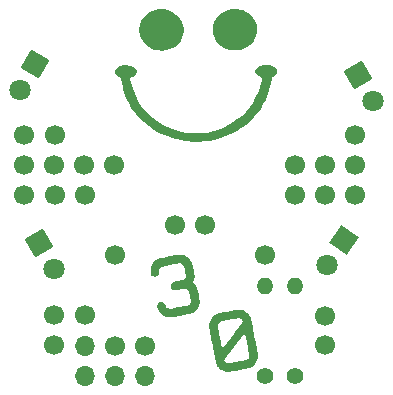
<source format=gbr>
%TF.GenerationSoftware,KiCad,Pcbnew,(6.0.5)*%
%TF.CreationDate,2022-07-12T12:17:59-06:00*%
%TF.ProjectId,jack,6a61636b-2e6b-4696-9361-645f70636258,rev?*%
%TF.SameCoordinates,PX7dfd6b0PY631d890*%
%TF.FileFunction,Soldermask,Top*%
%TF.FilePolarity,Negative*%
%FSLAX46Y46*%
G04 Gerber Fmt 4.6, Leading zero omitted, Abs format (unit mm)*
G04 Created by KiCad (PCBNEW (6.0.5)) date 2022-07-12 12:17:59*
%MOMM*%
%LPD*%
G01*
G04 APERTURE LIST*
G04 Aperture macros list*
%AMRotRect*
0 Rectangle, with rotation*
0 The origin of the aperture is its center*
0 $1 length*
0 $2 width*
0 $3 Rotation angle, in degrees counterclockwise*
0 Add horizontal line*
21,1,$1,$2,0,0,$3*%
G04 Aperture macros list end*
%ADD10RotRect,1.800000X1.800000X235.000000*%
%ADD11C,1.800000*%
%ADD12O,1.700000X1.700000*%
%ADD13C,1.700000*%
%ADD14RotRect,1.800000X1.800000X300.000000*%
%ADD15RotRect,1.800000X1.800000X240.000000*%
%ADD16C,1.400000*%
%ADD17O,1.400000X1.400000*%
G04 APERTURE END LIST*
%TO.C,G\u002A\u002A\u002A*%
G36*
X13217496Y12760397D02*
G01*
X13290007Y12752875D01*
X13358122Y12739433D01*
X13426462Y12720472D01*
X13427086Y12720279D01*
X13573093Y12659572D01*
X13720172Y12570677D01*
X13858586Y12461646D01*
X13978596Y12340532D01*
X14070465Y12215388D01*
X14096988Y12166344D01*
X14112890Y12120771D01*
X14134756Y12040406D01*
X14161115Y11932168D01*
X14190498Y11802979D01*
X14221436Y11659757D01*
X14252458Y11509422D01*
X14282095Y11358893D01*
X14308878Y11215092D01*
X14331336Y11084936D01*
X14344127Y11002718D01*
X14346339Y10870505D01*
X14319461Y10719304D01*
X14265481Y10558923D01*
X14244505Y10510931D01*
X14176599Y10363608D01*
X14239121Y10319708D01*
X14337302Y10238142D01*
X14429332Y10139380D01*
X14502030Y10038289D01*
X14523476Y9999025D01*
X14545840Y9938678D01*
X14573181Y9841674D01*
X14604351Y9713283D01*
X14638199Y9558771D01*
X14673576Y9383407D01*
X14709331Y9192459D01*
X14744316Y8991193D01*
X14747099Y8974489D01*
X14763747Y8865003D01*
X14771497Y8783260D01*
X14770773Y8715673D01*
X14761997Y8648653D01*
X14757930Y8626990D01*
X14702326Y8440470D01*
X14613471Y8262564D01*
X14497032Y8100221D01*
X14358678Y7960391D01*
X14204079Y7850020D01*
X14073377Y7787924D01*
X14027043Y7774286D01*
X13944661Y7753841D01*
X13831782Y7727815D01*
X13693957Y7697435D01*
X13536737Y7663926D01*
X13365674Y7628514D01*
X13204033Y7595943D01*
X12965010Y7549098D01*
X12762762Y7511301D01*
X12592756Y7482194D01*
X12450457Y7461413D01*
X12331332Y7448599D01*
X12230844Y7443388D01*
X12144461Y7445420D01*
X12067649Y7454333D01*
X11995871Y7469767D01*
X11924596Y7491359D01*
X11918407Y7493469D01*
X11726766Y7580285D01*
X11556397Y7699521D01*
X11411759Y7846300D01*
X11297315Y8015744D01*
X11217525Y8202975D01*
X11195921Y8283492D01*
X11181046Y8405452D01*
X11198479Y8506912D01*
X11250453Y8597214D01*
X11278568Y8629337D01*
X11375989Y8705563D01*
X11481488Y8743528D01*
X11588877Y8744864D01*
X11691968Y8711204D01*
X11784575Y8644183D01*
X11860509Y8545433D01*
X11897649Y8465936D01*
X11953452Y8348984D01*
X12023828Y8266343D01*
X12115795Y8210635D01*
X12154092Y8196231D01*
X12193557Y8184072D01*
X12230021Y8176882D01*
X12271238Y8175197D01*
X12324958Y8179553D01*
X12398936Y8190487D01*
X12500923Y8208534D01*
X12600838Y8227133D01*
X12895170Y8283057D01*
X13151769Y8333362D01*
X13369979Y8377904D01*
X13549140Y8416539D01*
X13688594Y8449124D01*
X13787684Y8475517D01*
X13845750Y8495573D01*
X13854501Y8499994D01*
X13925281Y8558836D01*
X13987797Y8640745D01*
X14027955Y8726826D01*
X14030446Y8735913D01*
X14030396Y8772210D01*
X14022716Y8842100D01*
X14008844Y8937786D01*
X13990214Y9051475D01*
X13968262Y9175369D01*
X13944423Y9301675D01*
X13920134Y9422597D01*
X13896829Y9530339D01*
X13875945Y9617106D01*
X13858917Y9675103D01*
X13856118Y9682520D01*
X13806411Y9757098D01*
X13726553Y9822931D01*
X13628760Y9870618D01*
X13600534Y9879251D01*
X13562940Y9886719D01*
X13519601Y9888862D01*
X13463396Y9884878D01*
X13387207Y9873967D01*
X13283911Y9855329D01*
X13146780Y9828243D01*
X13018531Y9803620D01*
X12896352Y9782461D01*
X12789728Y9766239D01*
X12708145Y9756428D01*
X12669996Y9754161D01*
X12552116Y9772992D01*
X12453874Y9825606D01*
X12379848Y9906185D01*
X12334614Y10008911D01*
X12322751Y10127966D01*
X12329764Y10186633D01*
X12364857Y10275658D01*
X12429789Y10359032D01*
X12512990Y10422132D01*
X12518354Y10424977D01*
X12559351Y10439706D01*
X12634193Y10460408D01*
X12735097Y10485173D01*
X12854278Y10512091D01*
X12983953Y10539254D01*
X12986002Y10539666D01*
X13149421Y10574204D01*
X13280260Y10605403D01*
X13375687Y10632515D01*
X13432869Y10654789D01*
X13442498Y10660676D01*
X13504628Y10720598D01*
X13561624Y10798589D01*
X13600497Y10876069D01*
X13606341Y10895046D01*
X13606350Y10931846D01*
X13598606Y11002116D01*
X13584586Y11097971D01*
X13565768Y11211531D01*
X13543627Y11334912D01*
X13519642Y11460232D01*
X13495288Y11579609D01*
X13472042Y11685161D01*
X13451382Y11769004D01*
X13434784Y11823256D01*
X13430613Y11832997D01*
X13374521Y11908473D01*
X13292389Y11975083D01*
X13200356Y12019947D01*
X13193807Y12021986D01*
X13168638Y12027367D01*
X13136241Y12029356D01*
X13092291Y12027305D01*
X13032462Y12020566D01*
X12952430Y12008492D01*
X12847871Y11990436D01*
X12714458Y11965748D01*
X12547868Y11933781D01*
X12360544Y11897183D01*
X12151151Y11855291D01*
X11965580Y11816607D01*
X11807222Y11781902D01*
X11679467Y11751951D01*
X11585705Y11727528D01*
X11529326Y11709405D01*
X11520602Y11705515D01*
X11444539Y11655236D01*
X11390395Y11589482D01*
X11354544Y11500843D01*
X11333362Y11381907D01*
X11327233Y11310228D01*
X11315755Y11192411D01*
X11295678Y11106156D01*
X11261959Y11040807D01*
X11209552Y10985706D01*
X11153823Y10943924D01*
X11103494Y10915075D01*
X11051408Y10901934D01*
X10980093Y10900868D01*
X10953619Y10902279D01*
X10832757Y10923281D01*
X10741088Y10971710D01*
X10672843Y11051062D01*
X10655255Y11083060D01*
X10637312Y11127486D01*
X10625516Y11180979D01*
X10618748Y11253004D01*
X10615887Y11353024D01*
X10615571Y11418229D01*
X10616019Y11526842D01*
X10618827Y11604617D01*
X10626196Y11663081D01*
X10640323Y11713765D01*
X10663409Y11768198D01*
X10694364Y11831323D01*
X10809105Y12027227D01*
X10939820Y12185472D01*
X11089234Y12308642D01*
X11260067Y12399324D01*
X11314654Y12420142D01*
X11365017Y12434617D01*
X11451288Y12455775D01*
X11567753Y12482363D01*
X11708700Y12513133D01*
X11868416Y12546834D01*
X12041189Y12582217D01*
X12198560Y12613568D01*
X12431265Y12658727D01*
X12627219Y12695156D01*
X12791044Y12723257D01*
X12927362Y12743429D01*
X13040795Y12756076D01*
X13135966Y12761598D01*
X13217496Y12760397D01*
G37*
G36*
X17986503Y33538339D02*
G01*
X18204813Y33506020D01*
X18412410Y33447899D01*
X18622679Y33360949D01*
X18667965Y33338973D01*
X18898239Y33201493D01*
X19103180Y33031783D01*
X19279734Y32833653D01*
X19424844Y32610911D01*
X19535457Y32367368D01*
X19590046Y32189274D01*
X19616265Y32037447D01*
X19627692Y31862469D01*
X19624726Y31679165D01*
X19607768Y31502362D01*
X19577218Y31346883D01*
X19566288Y31309207D01*
X19470079Y31067700D01*
X19341104Y30841933D01*
X19184454Y30639563D01*
X19009326Y30471588D01*
X18889066Y30386087D01*
X18740644Y30300255D01*
X18577681Y30220777D01*
X18413797Y30154341D01*
X18273703Y30110432D01*
X18139078Y30084015D01*
X17979675Y30065734D01*
X17808976Y30056041D01*
X17640462Y30055387D01*
X17487615Y30064225D01*
X17376183Y30080336D01*
X17098951Y30157311D01*
X16841042Y30268139D01*
X16606357Y30410542D01*
X16398798Y30582244D01*
X16261580Y30730950D01*
X16181763Y30842034D01*
X16101392Y30977291D01*
X16026902Y31123724D01*
X15964731Y31268336D01*
X15921313Y31398131D01*
X15911842Y31437167D01*
X15883566Y31659696D01*
X15887130Y31896958D01*
X15920716Y32137953D01*
X15982507Y32371679D01*
X16070686Y32587134D01*
X16115499Y32670121D01*
X16186599Y32772156D01*
X16284618Y32886412D01*
X16399959Y33003620D01*
X16523026Y33114513D01*
X16644221Y33209822D01*
X16738046Y33271340D01*
X16961150Y33387185D01*
X17175649Y33469225D01*
X17393446Y33520731D01*
X17626443Y33544977D01*
X17744095Y33547883D01*
X17986503Y33538339D01*
G37*
G36*
X16045035Y4132130D02*
G01*
X16003949Y4338657D01*
X15957130Y4578753D01*
X15903700Y4855460D01*
X15865640Y5053122D01*
X15805182Y5367918D01*
X15752594Y5644155D01*
X15707525Y5884839D01*
X15669618Y6092972D01*
X15638521Y6271560D01*
X15613880Y6423606D01*
X15595341Y6552115D01*
X15582549Y6660091D01*
X15575152Y6750538D01*
X15574785Y6762345D01*
X16303561Y6762345D01*
X16307485Y6716465D01*
X16318298Y6638288D01*
X16334555Y6537058D01*
X16354817Y6422021D01*
X16365840Y6363044D01*
X16387500Y6249199D01*
X16415072Y6103960D01*
X16446614Y5937568D01*
X16480187Y5760265D01*
X16513849Y5582291D01*
X16536136Y5464337D01*
X16570575Y5281898D01*
X16598093Y5136998D01*
X16619756Y5025563D01*
X16636627Y4943522D01*
X16649772Y4886803D01*
X16660255Y4851334D01*
X16669140Y4833043D01*
X16677492Y4827859D01*
X16686376Y4831710D01*
X16696857Y4840524D01*
X16698803Y4842165D01*
X16722339Y4867625D01*
X16766074Y4920241D01*
X16824650Y4993377D01*
X16892710Y5080396D01*
X16926274Y5123972D01*
X16979974Y5194034D01*
X17055823Y5292991D01*
X17150196Y5416114D01*
X17259467Y5558673D01*
X17380011Y5715936D01*
X17508200Y5883175D01*
X17640410Y6055658D01*
X17747368Y6195196D01*
X17872825Y6359171D01*
X17990962Y6514162D01*
X18099150Y6656680D01*
X18194758Y6783231D01*
X18275157Y6890325D01*
X18337717Y6974471D01*
X18379809Y7032177D01*
X18398804Y7059953D01*
X18399066Y7060430D01*
X18416128Y7128895D01*
X18393034Y7198147D01*
X18328902Y7270783D01*
X18327204Y7272280D01*
X18240457Y7334160D01*
X18148009Y7367826D01*
X18039263Y7375598D01*
X17917202Y7362124D01*
X17831199Y7347193D01*
X17718670Y7326777D01*
X17586305Y7302173D01*
X17440793Y7274679D01*
X17288825Y7245591D01*
X17137088Y7216205D01*
X16992275Y7187820D01*
X16861073Y7161732D01*
X16750173Y7139238D01*
X16666265Y7121635D01*
X16616037Y7110220D01*
X16610802Y7108844D01*
X16491862Y7058844D01*
X16397567Y6984407D01*
X16333336Y6891643D01*
X16304586Y6786665D01*
X16303561Y6762345D01*
X15574785Y6762345D01*
X15572795Y6826460D01*
X15575124Y6890863D01*
X15581785Y6946749D01*
X15592425Y6997123D01*
X15606690Y7044989D01*
X15624226Y7093352D01*
X15625063Y7095529D01*
X15698452Y7248578D01*
X15795422Y7395191D01*
X15908788Y7527421D01*
X16031364Y7637319D01*
X16155963Y7716937D01*
X16207228Y7739456D01*
X16258944Y7754804D01*
X16346517Y7776272D01*
X16464064Y7802720D01*
X16605700Y7833006D01*
X16765540Y7865990D01*
X16937700Y7900530D01*
X17116296Y7935486D01*
X17295443Y7969716D01*
X17469257Y8002080D01*
X17631854Y8031437D01*
X17777349Y8056646D01*
X17899858Y8076565D01*
X17993497Y8090055D01*
X18043008Y8095402D01*
X18243630Y8089661D01*
X18437586Y8042414D01*
X18623551Y7954185D01*
X18800202Y7825497D01*
X18857521Y7772992D01*
X18916043Y7714281D01*
X18965422Y7657934D01*
X19007463Y7599018D01*
X19043975Y7532598D01*
X19076762Y7453739D01*
X19107632Y7357507D01*
X19138390Y7238968D01*
X19170844Y7093186D01*
X19206799Y6915228D01*
X19245705Y6712611D01*
X19278083Y6541701D01*
X19316611Y6338347D01*
X19359550Y6111730D01*
X19405159Y5871033D01*
X19451699Y5625440D01*
X19497430Y5384132D01*
X19540612Y5156293D01*
X19545904Y5128370D01*
X19587815Y4906870D01*
X19622361Y4722761D01*
X19650143Y4571820D01*
X19671758Y4449824D01*
X19687806Y4352550D01*
X19698885Y4275774D01*
X19705596Y4215276D01*
X19708536Y4166831D01*
X19708305Y4126216D01*
X19705503Y4089209D01*
X19700726Y4051587D01*
X19699681Y4044270D01*
X19652380Y3853632D01*
X19569572Y3672043D01*
X19456484Y3505989D01*
X19318345Y3361957D01*
X19160382Y3246431D01*
X18993141Y3167734D01*
X18936313Y3151528D01*
X18843898Y3129511D01*
X18722096Y3102852D01*
X18577110Y3072718D01*
X18415141Y3040278D01*
X18242392Y3006699D01*
X18065064Y2973150D01*
X17889358Y2940800D01*
X17721478Y2910815D01*
X17567624Y2884364D01*
X17433998Y2862616D01*
X17326803Y2846738D01*
X17252240Y2837898D01*
X17235671Y2836716D01*
X17141552Y2835472D01*
X17049453Y2839855D01*
X16981459Y2848562D01*
X16858931Y2886263D01*
X16723076Y2948120D01*
X16588226Y3026190D01*
X16468708Y3112531D01*
X16410063Y3165257D01*
X16369376Y3206156D01*
X16333479Y3244132D01*
X16301496Y3282225D01*
X16272548Y3323477D01*
X16245760Y3370929D01*
X16220254Y3427621D01*
X16195153Y3496595D01*
X16169581Y3580892D01*
X16142660Y3683553D01*
X16113513Y3807619D01*
X16106858Y3838268D01*
X16858809Y3838268D01*
X16862362Y3794567D01*
X16874767Y3760860D01*
X16922036Y3690949D01*
X16997110Y3625908D01*
X17085718Y3575566D01*
X17173587Y3549752D01*
X17182639Y3548828D01*
X17207707Y3552258D01*
X17269507Y3562760D01*
X17363155Y3579444D01*
X17483769Y3601423D01*
X17626467Y3627807D01*
X17786366Y3657709D01*
X17934682Y3685705D01*
X18107931Y3718779D01*
X18270242Y3750213D01*
X18416332Y3778948D01*
X18540922Y3803929D01*
X18638732Y3824099D01*
X18704480Y3838401D01*
X18730693Y3844986D01*
X18800845Y3882991D01*
X18871797Y3946043D01*
X18928966Y4019713D01*
X18950302Y4062254D01*
X18964520Y4110925D01*
X18970649Y4166038D01*
X18968197Y4235259D01*
X18956671Y4326254D01*
X18935578Y4446688D01*
X18920654Y4523547D01*
X18902958Y4613910D01*
X18879044Y4737676D01*
X18850489Y4886600D01*
X18818868Y5052438D01*
X18785756Y5226948D01*
X18752729Y5401885D01*
X18748949Y5421968D01*
X18718637Y5581455D01*
X18690198Y5728027D01*
X18664712Y5856347D01*
X18643261Y5961079D01*
X18626926Y6036889D01*
X18616789Y6078438D01*
X18614758Y6084188D01*
X18596143Y6100286D01*
X18565798Y6084188D01*
X18547340Y6063159D01*
X18505935Y6011868D01*
X18444255Y5933798D01*
X18364971Y5832434D01*
X18270754Y5711259D01*
X18164276Y5573758D01*
X18048207Y5423414D01*
X17925221Y5263710D01*
X17797987Y5098132D01*
X17669177Y4930162D01*
X17541463Y4763286D01*
X17417516Y4600986D01*
X17300007Y4446747D01*
X17191608Y4304052D01*
X17094991Y4176385D01*
X17012825Y4067231D01*
X16947784Y3980073D01*
X16902537Y3918396D01*
X16879758Y3885682D01*
X16878714Y3883959D01*
X16858809Y3838268D01*
X16106858Y3838268D01*
X16081264Y3956131D01*
X16045035Y4132130D01*
G37*
G36*
X20545714Y28827222D02*
G01*
X20768728Y28785797D01*
X20895864Y28742819D01*
X21048355Y28675437D01*
X21164027Y28608295D01*
X21248165Y28536872D01*
X21306050Y28456644D01*
X21342965Y28363088D01*
X21344055Y28359096D01*
X21355403Y28245032D01*
X21325551Y28139598D01*
X21254356Y28042527D01*
X21141676Y27953551D01*
X21122994Y27941973D01*
X21044484Y27889432D01*
X20981681Y27832972D01*
X20931295Y27766080D01*
X20890036Y27682240D01*
X20854615Y27574939D01*
X20821743Y27437661D01*
X20792367Y27287194D01*
X20725476Y26957567D01*
X20649980Y26657669D01*
X20562112Y26375139D01*
X20458103Y26097613D01*
X20360456Y25870255D01*
X20163991Y25483660D01*
X19928901Y25105723D01*
X19658614Y24739924D01*
X19356556Y24389741D01*
X19026155Y24058652D01*
X18670836Y23750135D01*
X18294026Y23467669D01*
X17899153Y23214732D01*
X17564028Y23031670D01*
X17181426Y22856366D01*
X16770961Y22701218D01*
X16343749Y22569772D01*
X15910904Y22465575D01*
X15625325Y22413099D01*
X15546243Y22401610D01*
X15441715Y22388112D01*
X15318954Y22373364D01*
X15185168Y22358127D01*
X15047569Y22343161D01*
X14913367Y22329227D01*
X14789773Y22317085D01*
X14683997Y22307494D01*
X14603250Y22301215D01*
X14554742Y22299008D01*
X14546531Y22299361D01*
X14508949Y22302437D01*
X14443992Y22306381D01*
X14375788Y22309853D01*
X14241697Y22318382D01*
X14078481Y22332312D01*
X13898835Y22350259D01*
X13715454Y22370838D01*
X13541036Y22392666D01*
X13388275Y22414358D01*
X13327164Y22424181D01*
X12794850Y22534180D01*
X12283855Y22680461D01*
X11794688Y22862725D01*
X11327855Y23080676D01*
X10883864Y23334016D01*
X10463223Y23622448D01*
X10066439Y23945674D01*
X9694020Y24303398D01*
X9346474Y24695322D01*
X9254496Y24810115D01*
X8987220Y25184967D01*
X8752212Y25585055D01*
X8551142Y26006306D01*
X8385685Y26444647D01*
X8257510Y26896006D01*
X8168292Y27356308D01*
X8148245Y27504802D01*
X8134457Y27593664D01*
X8116950Y27671322D01*
X8098955Y27724122D01*
X8094414Y27732370D01*
X8057662Y27769332D01*
X7997697Y27811680D01*
X7951993Y27837485D01*
X7805876Y27926061D01*
X7697363Y28023241D01*
X7627172Y28126558D01*
X7596018Y28233540D01*
X7604620Y28341719D01*
X7653693Y28448625D01*
X7743954Y28551789D01*
X7744504Y28552286D01*
X7884952Y28652027D01*
X8052930Y28726315D01*
X8241720Y28774642D01*
X8444602Y28796496D01*
X8654858Y28791368D01*
X8865770Y28758747D01*
X9070617Y28698122D01*
X9162545Y28659968D01*
X9295999Y28583755D01*
X9389163Y28495489D01*
X9431858Y28423524D01*
X9458694Y28311592D01*
X9452007Y28192649D01*
X9414931Y28078964D01*
X9350600Y27982808D01*
X9309745Y27945554D01*
X9252818Y27909728D01*
X9173693Y27868936D01*
X9094813Y27834229D01*
X9023596Y27803565D01*
X8969162Y27771941D01*
X8930994Y27734456D01*
X8908577Y27686206D01*
X8901394Y27622291D01*
X8908930Y27537806D01*
X8930668Y27427850D01*
X8966093Y27287519D01*
X9014689Y27111913D01*
X9017675Y27101341D01*
X9171484Y26630493D01*
X9359712Y26184129D01*
X9582011Y25762714D01*
X9838034Y25366715D01*
X10127435Y24996600D01*
X10449865Y24652833D01*
X10804980Y24335882D01*
X11192431Y24046214D01*
X11382690Y23921458D01*
X11822991Y23668275D01*
X12272994Y23456035D01*
X12731871Y23284907D01*
X13198799Y23155060D01*
X13672953Y23066665D01*
X14153508Y23019891D01*
X14639638Y23014908D01*
X15130519Y23051886D01*
X15413820Y23092084D01*
X15868898Y23188408D01*
X16317844Y23324211D01*
X16756581Y23497263D01*
X17181036Y23705331D01*
X17587134Y23946185D01*
X17970800Y24217592D01*
X18327960Y24517321D01*
X18654540Y24843141D01*
X18697274Y24890358D01*
X18993017Y25249832D01*
X19258639Y25631347D01*
X19491872Y26030476D01*
X19690445Y26442791D01*
X19852087Y26863867D01*
X19974530Y27289276D01*
X20010274Y27450980D01*
X20032053Y27567667D01*
X20039828Y27652132D01*
X20029707Y27713298D01*
X19997799Y27760085D01*
X19940213Y27801416D01*
X19853056Y27846214D01*
X19833903Y27855346D01*
X19688502Y27939186D01*
X19578842Y28033712D01*
X19505648Y28135527D01*
X19469645Y28241233D01*
X19471558Y28347434D01*
X19512113Y28450732D01*
X19592034Y28547729D01*
X19672701Y28610663D01*
X19875743Y28720806D01*
X20093044Y28794058D01*
X20318427Y28829753D01*
X20545714Y28827222D01*
G37*
G36*
X11855152Y33517052D02*
G01*
X12124487Y33455252D01*
X12379335Y33357115D01*
X12414566Y33339941D01*
X12615846Y33222051D01*
X12807156Y33077633D01*
X12979403Y32914864D01*
X13123490Y32741922D01*
X13187841Y32644760D01*
X13292423Y32431600D01*
X13365764Y32197725D01*
X13405786Y31953151D01*
X13410413Y31707895D01*
X13401897Y31611910D01*
X13351672Y31346416D01*
X13267321Y31103675D01*
X13146866Y30879834D01*
X12988329Y30671037D01*
X12842270Y30521082D01*
X12660157Y30377501D01*
X12445945Y30254899D01*
X12205737Y30155934D01*
X11945636Y30083262D01*
X11760915Y30050274D01*
X11652363Y30037088D01*
X11560175Y30031560D01*
X11467265Y30033656D01*
X11356549Y30043337D01*
X11303711Y30049295D01*
X11017164Y30102298D01*
X10750986Y30190997D01*
X10507222Y30313965D01*
X10287914Y30469777D01*
X10095106Y30657004D01*
X9930840Y30874221D01*
X9810031Y31092192D01*
X9750536Y31228629D01*
X9708744Y31353397D01*
X9681965Y31479548D01*
X9667506Y31620131D01*
X9662678Y31788198D01*
X9662621Y31807039D01*
X9667689Y31987826D01*
X9685442Y32141233D01*
X9718990Y32281150D01*
X9771440Y32421470D01*
X9825967Y32537151D01*
X9964149Y32765104D01*
X10136451Y32970378D01*
X10339367Y33149778D01*
X10569394Y33300108D01*
X10768089Y33396259D01*
X11027796Y33482118D01*
X11300048Y33530716D01*
X11578086Y33542284D01*
X11855152Y33517052D01*
G37*
%TD*%
D10*
%TO.C,D4*%
X27001310Y13974419D03*
D11*
X25544426Y11893773D03*
%TD*%
D12*
%TO.C,X1*%
X5020000Y5060000D03*
X5020000Y2520000D03*
D13*
X7560000Y5060000D03*
D12*
X7560000Y2520000D03*
D13*
X10100000Y5060000D03*
D12*
X10100000Y2520000D03*
%TD*%
D13*
%TO.C,G\u002A\u002A\u002A*%
X27885807Y20307834D03*
X25345807Y7582434D03*
X5000407Y20307834D03*
X15185807Y15227834D03*
X2485807Y22847834D03*
X5025807Y7607834D03*
X-79593Y17767834D03*
X7565807Y12687834D03*
X20265807Y12687834D03*
X5025807Y17767834D03*
X2460407Y7607834D03*
X25345807Y20307834D03*
X27885807Y17767834D03*
X27885807Y22847834D03*
X22805807Y20307834D03*
X22805807Y17767834D03*
X-79593Y20307834D03*
X12645807Y15227834D03*
X2485807Y17767834D03*
X2460407Y20307834D03*
X25345807Y5067834D03*
X-79593Y22847834D03*
X2460407Y5067834D03*
X25345807Y17767834D03*
X7540407Y20307834D03*
%TD*%
D14*
%TO.C,D2*%
X28212500Y27934182D03*
D11*
X29482500Y25734477D03*
%TD*%
D14*
%TO.C,D3*%
X1168690Y13774419D03*
D11*
X2438690Y11574714D03*
%TD*%
D15*
%TO.C,D1*%
X827500Y28894182D03*
D11*
X-442500Y26694477D03*
%TD*%
D16*
%TO.C,R2*%
X22810000Y2520000D03*
D17*
X22810000Y10140000D03*
%TD*%
D16*
%TO.C,R1*%
X20270000Y2520000D03*
D17*
X20270000Y10140000D03*
%TD*%
M02*

</source>
